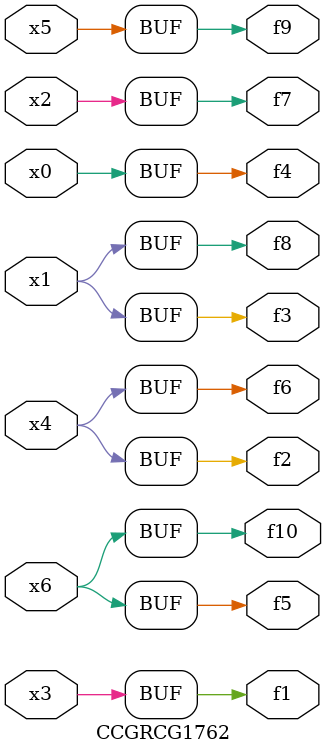
<source format=v>
module CCGRCG1762(
	input x0, x1, x2, x3, x4, x5, x6,
	output f1, f2, f3, f4, f5, f6, f7, f8, f9, f10
);
	assign f1 = x3;
	assign f2 = x4;
	assign f3 = x1;
	assign f4 = x0;
	assign f5 = x6;
	assign f6 = x4;
	assign f7 = x2;
	assign f8 = x1;
	assign f9 = x5;
	assign f10 = x6;
endmodule

</source>
